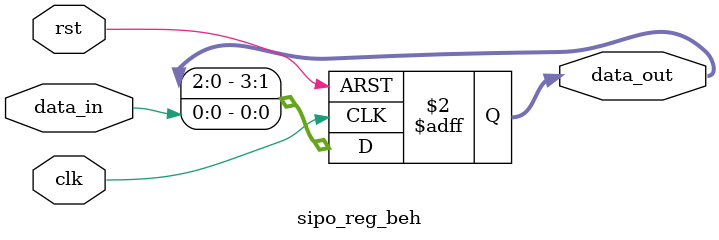
<source format=v>
`timescale 1ns / 1ps

module sipo_reg_beh(
    input clk,
    input rst,
    input data_in,
    output reg [3:0] data_out
);

always @(posedge clk or posedge rst) begin
    if (rst)
        data_out <= 4'b0000;
    else
        data_out <= {data_out[2:0], data_in};  // Shift right
end

endmodule
</source>
